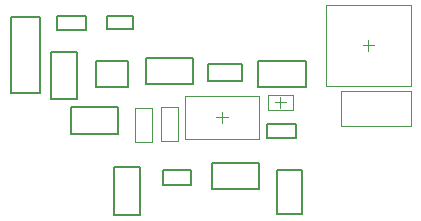
<source format=gbr>
G04*
G04 #@! TF.GenerationSoftware,Altium Limited,Altium Designer,25.3.3 (18)*
G04*
G04 Layer_Color=32768*
%FSLAX44Y44*%
%MOMM*%
G71*
G04*
G04 #@! TF.SameCoordinates,BFC568DA-C1B5-42DE-8167-96A376B3F609*
G04*
G04*
G04 #@! TF.FilePolarity,Positive*
G04*
G01*
G75*
%ADD11C,0.2000*%
%ADD44C,0.1000*%
%ADD45C,0.0500*%
D11*
X399480Y1137173D02*
Y1201173D01*
X423480D01*
Y1137173D02*
Y1201173D01*
X399480Y1137173D02*
X423480D01*
X528312Y1059530D02*
X551375D01*
X528312D02*
Y1071530D01*
X551375D01*
Y1059530D02*
Y1071530D01*
X569249Y1077831D02*
X609311D01*
Y1055769D02*
Y1077831D01*
X569249Y1055769D02*
X609311D01*
X569249D02*
Y1077831D01*
X433469Y1131949D02*
Y1172011D01*
X455531D01*
Y1131949D02*
Y1172011D01*
X433469Y1131949D02*
X455531D01*
X486809Y1034159D02*
Y1074221D01*
X508871D01*
Y1034159D02*
Y1074221D01*
X486809Y1034159D02*
X508871D01*
X616401Y1110899D02*
X640900D01*
Y1098898D02*
Y1110899D01*
X616401Y1098898D02*
X640900D01*
X616401D02*
Y1110899D01*
X565682Y1147369D02*
X594804D01*
X565682D02*
Y1161491D01*
X594804D01*
Y1147369D02*
Y1161491D01*
X471581Y1164160D02*
X498702D01*
Y1142160D02*
Y1164160D01*
X471581Y1142160D02*
X498702D01*
X471581D02*
Y1164160D01*
X624689Y1034535D02*
Y1072193D01*
X645311D01*
Y1034535D02*
Y1072193D01*
X624689Y1034535D02*
X645311D01*
X513279Y1166731D02*
X553341D01*
Y1144669D02*
Y1166731D01*
X513279Y1144669D02*
X553341D01*
X513279D02*
Y1166731D01*
X449959Y1124821D02*
X490021D01*
Y1102759D02*
Y1124821D01*
X449959Y1102759D02*
X490021D01*
X449959D02*
Y1124821D01*
X438600Y1190340D02*
X463099D01*
X438600D02*
Y1202340D01*
X463099D01*
Y1190340D02*
Y1202340D01*
X608619Y1142129D02*
X648681D01*
X608619D02*
Y1164191D01*
X648681D01*
Y1142129D02*
Y1164191D01*
X480512Y1201840D02*
X502634D01*
Y1190840D02*
Y1201840D01*
X480512Y1190840D02*
X502634D01*
X480512D02*
Y1201840D01*
D44*
X572850Y1116331D02*
X582850D01*
X577850Y1111331D02*
Y1121331D01*
X627381Y1124280D02*
Y1133780D01*
X622631Y1129030D02*
X632131D01*
X696960Y1177290D02*
X706960D01*
X701960Y1172290D02*
Y1182290D01*
D45*
X679110Y1109000D02*
Y1138900D01*
X738210D01*
Y1109000D02*
Y1138900D01*
X679110Y1109000D02*
X738210D01*
X526250Y1125320D02*
X540550D01*
X526250Y1096020D02*
X540550D01*
X526250D02*
Y1125320D01*
X540550Y1096020D02*
Y1125320D01*
X546350Y1098331D02*
Y1134331D01*
X609350Y1098331D02*
Y1134331D01*
X546350D02*
X609350D01*
X546350Y1098331D02*
X609350D01*
X616881Y1135030D02*
X637881D01*
X616881Y1123030D02*
X637881D01*
X616881D02*
Y1135030D01*
X637881Y1123030D02*
Y1135030D01*
X504660Y1124630D02*
X518960D01*
X504660Y1095330D02*
X518960D01*
X504660D02*
Y1124630D01*
X518960Y1095330D02*
Y1124630D01*
X666010Y1143290D02*
X737910D01*
X666010Y1211290D02*
X737910D01*
X666010Y1143290D02*
Y1211290D01*
X737910Y1143290D02*
Y1211290D01*
M02*

</source>
